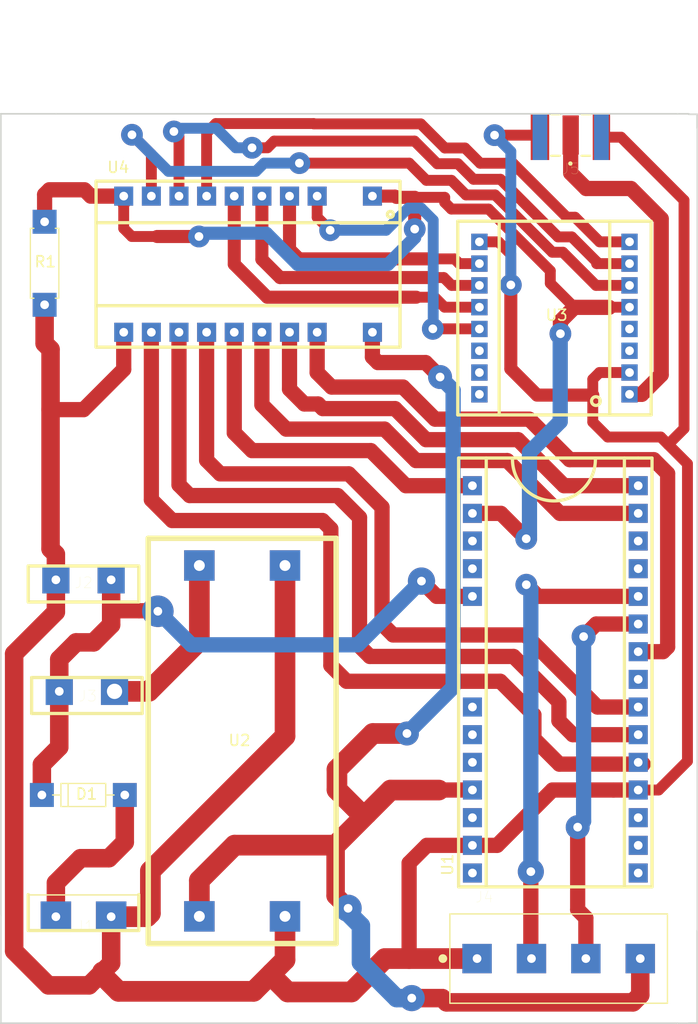
<source format=kicad_pcb>
(kicad_pcb (version 4) (host pcbnew 4.0.7)

  (general
    (links 42)
    (no_connects 2)
    (area 36.60024 27.461139 230.553048 162.891541)
    (thickness 1.6)
    (drawings 13)
    (tracks 348)
    (zones 0)
    (modules 11)
    (nets 41)
  )

  (page A4)
  (layers
    (0 F.Cu signal)
    (31 B.Cu signal)
    (32 B.Adhes user)
    (33 F.Adhes user)
    (34 B.Paste user)
    (35 F.Paste user)
    (36 B.SilkS user)
    (37 F.SilkS user)
    (38 B.Mask user)
    (39 F.Mask user)
    (40 Dwgs.User user)
    (41 Cmts.User user)
    (42 Eco1.User user)
    (43 Eco2.User user)
    (44 Edge.Cuts user)
    (45 Margin user)
    (46 B.CrtYd user)
    (47 F.CrtYd user)
    (48 B.Fab user)
    (49 F.Fab user)
  )

  (setup
    (last_trace_width 1.4)
    (user_trace_width 1)
    (user_trace_width 1.2)
    (user_trace_width 1.4)
    (user_trace_width 1.7)
    (user_trace_width 1.8)
    (user_trace_width 1.9)
    (user_trace_width 2)
    (user_trace_width 2.2)
    (trace_clearance 0.2)
    (zone_clearance 0.508)
    (zone_45_only no)
    (trace_min 0.2)
    (segment_width 0.2)
    (edge_width 0.15)
    (via_size 0.6)
    (via_drill 0.4)
    (via_min_size 0.4)
    (via_min_drill 0.3)
    (uvia_size 0.3)
    (uvia_drill 0.1)
    (uvias_allowed no)
    (uvia_min_size 0.2)
    (uvia_min_drill 0.1)
    (pcb_text_width 0.3)
    (pcb_text_size 1.5 1.5)
    (mod_edge_width 0.15)
    (mod_text_size 1 1)
    (mod_text_width 0.15)
    (pad_size 2.2 2.2)
    (pad_drill 0.8)
    (pad_to_mask_clearance 0.2)
    (aux_axis_origin 0 0)
    (visible_elements 7FFFFFFF)
    (pcbplotparams
      (layerselection 0x00030_80000001)
      (usegerberextensions false)
      (excludeedgelayer true)
      (linewidth 0.100000)
      (plotframeref false)
      (viasonmask false)
      (mode 1)
      (useauxorigin false)
      (hpglpennumber 1)
      (hpglpenspeed 20)
      (hpglpendiameter 15)
      (hpglpenoverlay 2)
      (psnegative false)
      (psa4output false)
      (plotreference true)
      (plotvalue true)
      (plotinvisibletext false)
      (padsonsilk false)
      (subtractmaskfromsilk false)
      (outputformat 1)
      (mirror false)
      (drillshape 1)
      (scaleselection 1)
      (outputdirectory ""))
  )

  (net 0 "")
  (net 1 "Net-(D1-Pad1)")
  (net 2 "Net-(D1-Pad2)")
  (net 3 GND)
  (net 4 "Net-(J3-Pad2)")
  (net 5 "Net-(J4-Pad2)")
  (net 6 "Net-(J4-Pad3)")
  (net 7 "Net-(U1-Pad1)")
  (net 8 "Net-(U1-Pad3)")
  (net 9 "Net-(U1-Pad11)")
  (net 10 "Net-(U1-Pad13)")
  (net 11 "Net-(U1-Pad15)")
  (net 12 "Net-(U1-Pad16)")
  (net 13 "Net-(U1-Pad17)")
  (net 14 "Net-(U1-Pad18)")
  (net 15 "Net-(U1-Pad20)")
  (net 16 "Net-(U1-Pad21)")
  (net 17 "Net-(U1-Pad22)")
  (net 18 "Net-(U1-Pad23)")
  (net 19 "Net-(U1-Pad24)")
  (net 20 "Net-(U1-Pad27)")
  (net 21 "Net-(U1-Pad28)")
  (net 22 "Net-(U1-Pad29)")
  (net 23 "Net-(U1-Pad30)")
  (net 24 "Net-(U3-Pad3)")
  (net 25 "Net-(U3-Pad4)")
  (net 26 "Net-(U3-Pad14)")
  (net 27 "Net-(U3-Pad15)")
  (net 28 "Net-(U3-Pad16)")
  (net 29 "Net-(J4-Pad4)")
  (net 30 "Net-(R1-Pad2)")
  (net 31 "Net-(U3-Pad6)")
  (net 32 "Net-(U3-Pad7)")
  (net 33 "Net-(U3-Pad8)")
  (net 34 "Net-(U3-Pad10)")
  (net 35 "Net-(U3-Pad11)")
  (net 36 "Net-(U3-Pad12)")
  (net 37 "Net-(U3-Pad13)")
  (net 38 "Net-(J5-Pad1)")
  (net 39 "Net-(U1-Pad9)")
  (net 40 "Net-(U1-Pad10)")

  (net_class Default "This is the default net class."
    (clearance 0.2)
    (trace_width 0.25)
    (via_dia 0.6)
    (via_drill 0.4)
    (uvia_dia 0.3)
    (uvia_drill 0.1)
    (add_net GND)
    (add_net "Net-(D1-Pad1)")
    (add_net "Net-(D1-Pad2)")
    (add_net "Net-(J3-Pad2)")
    (add_net "Net-(J4-Pad2)")
    (add_net "Net-(J4-Pad3)")
    (add_net "Net-(J4-Pad4)")
    (add_net "Net-(J5-Pad1)")
    (add_net "Net-(R1-Pad2)")
    (add_net "Net-(U1-Pad1)")
    (add_net "Net-(U1-Pad10)")
    (add_net "Net-(U1-Pad11)")
    (add_net "Net-(U1-Pad13)")
    (add_net "Net-(U1-Pad15)")
    (add_net "Net-(U1-Pad16)")
    (add_net "Net-(U1-Pad17)")
    (add_net "Net-(U1-Pad18)")
    (add_net "Net-(U1-Pad20)")
    (add_net "Net-(U1-Pad21)")
    (add_net "Net-(U1-Pad22)")
    (add_net "Net-(U1-Pad23)")
    (add_net "Net-(U1-Pad24)")
    (add_net "Net-(U1-Pad27)")
    (add_net "Net-(U1-Pad28)")
    (add_net "Net-(U1-Pad29)")
    (add_net "Net-(U1-Pad3)")
    (add_net "Net-(U1-Pad30)")
    (add_net "Net-(U1-Pad9)")
    (add_net "Net-(U3-Pad10)")
    (add_net "Net-(U3-Pad11)")
    (add_net "Net-(U3-Pad12)")
    (add_net "Net-(U3-Pad13)")
    (add_net "Net-(U3-Pad14)")
    (add_net "Net-(U3-Pad15)")
    (add_net "Net-(U3-Pad16)")
    (add_net "Net-(U3-Pad3)")
    (add_net "Net-(U3-Pad4)")
    (add_net "Net-(U3-Pad6)")
    (add_net "Net-(U3-Pad7)")
    (add_net "Net-(U3-Pad8)")
  )

  (module nano:nano (layer F.Cu) (tedit 60A42E59) (tstamp 609E4B29)
    (at 164.88918 93.6625 270)
    (path /607323E8)
    (fp_text reference U1 (at 17.018 9.906 270) (layer F.SilkS)
      (effects (font (size 1 1) (thickness 0.15)))
    )
    (fp_text value "" (at 16.383 -9.906 270) (layer F.Fab)
      (effects (font (size 1 1) (thickness 0.15)))
    )
    (fp_arc (start -20.193 0.127) (end -20.193 -3.683) (angle 180) (layer F.SilkS) (width 0.3))
    (fp_line (start -20.32 6.35) (end 19.05 6.35) (layer F.SilkS) (width 0.3))
    (fp_line (start -20.32 -6.35) (end 19.05 -6.35) (layer F.SilkS) (width 0.3))
    (fp_line (start -20.32 8.89) (end -20.32 -7.62) (layer F.SilkS) (width 0.3))
    (fp_line (start 19.05 8.89) (end -20.32 8.89) (layer F.SilkS) (width 0.3))
    (fp_line (start 19.05 -8.89) (end 19.05 8.89) (layer F.SilkS) (width 0.3))
    (fp_line (start -20.32 -8.89) (end 19.05 -8.89) (layer F.SilkS) (width 0.3))
    (fp_line (start -20.32 -7.62) (end -20.32 -8.89) (layer F.SilkS) (width 0.3))
    (pad 1 thru_hole rect (at -17.78 7.62 270) (size 1.75 1.75) (drill 0.8) (layers *.Cu *.Mask)
      (net 7 "Net-(U1-Pad1)"))
    (pad 2 thru_hole rect (at -15.24 7.62 270) (size 1.75 1.75) (drill 0.8) (layers *.Cu *.Mask)
      (net 30 "Net-(R1-Pad2)"))
    (pad 3 thru_hole rect (at -12.7 7.62 270) (size 1.75 1.75) (drill 0.8) (layers *.Cu *.Mask)
      (net 8 "Net-(U1-Pad3)"))
    (pad 9 thru_hole rect (at 2.54 7.62 270) (size 1.75 1.75) (drill 0.8) (layers *.Cu *.Mask)
      (net 39 "Net-(U1-Pad9)"))
    (pad 10 thru_hole rect (at 5.08 7.62 270) (size 1.75 1.75) (drill 0.8) (layers *.Cu *.Mask)
      (net 40 "Net-(U1-Pad10)"))
    (pad 11 thru_hole rect (at 7.62 7.62 270) (size 1.75 1.75) (drill 0.8) (layers *.Cu *.Mask)
      (net 9 "Net-(U1-Pad11)"))
    (pad 12 thru_hole rect (at 10.16 7.62 270) (size 1.75 1.75) (drill 0.8) (layers *.Cu *.Mask)
      (net 29 "Net-(J4-Pad4)"))
    (pad 13 thru_hole rect (at 12.7 7.62 270) (size 1.75 1.75) (drill 0.8) (layers *.Cu *.Mask)
      (net 10 "Net-(U1-Pad13)"))
    (pad 14 thru_hole rect (at 15.24 7.62 270) (size 1.75 1.75) (drill 0.8) (layers *.Cu *.Mask)
      (net 3 GND))
    (pad 15 thru_hole rect (at 17.78 7.62 270) (size 1.75 1.75) (drill 0.8) (layers *.Cu *.Mask)
      (net 11 "Net-(U1-Pad15)"))
    (pad 16 thru_hole rect (at 17.78 -7.62 270) (size 1.75 1.75) (drill 0.8) (layers *.Cu *.Mask)
      (net 12 "Net-(U1-Pad16)"))
    (pad 17 thru_hole rect (at 15.24 -7.62 270) (size 1.75 1.75) (drill 0.8) (layers *.Cu *.Mask)
      (net 13 "Net-(U1-Pad17)"))
    (pad 18 thru_hole rect (at 12.7 -7.62 270) (size 1.75 1.75) (drill 0.8) (layers *.Cu *.Mask)
      (net 14 "Net-(U1-Pad18)"))
    (pad 19 thru_hole rect (at 10.16 -7.62 270) (size 1.75 1.75) (drill 0.8) (layers *.Cu *.Mask)
      (net 3 GND))
    (pad 20 thru_hole rect (at 7.62 -7.62 270) (size 1.75 1.75) (drill 0.8) (layers *.Cu *.Mask)
      (net 15 "Net-(U1-Pad20)"))
    (pad 21 thru_hole rect (at 5.08 -7.62 270) (size 1.75 1.75) (drill 0.8) (layers *.Cu *.Mask)
      (net 16 "Net-(U1-Pad21)"))
    (pad 22 thru_hole rect (at 2.54 -7.62 270) (size 1.75 1.75) (drill 0.8) (layers *.Cu *.Mask)
      (net 17 "Net-(U1-Pad22)"))
    (pad 23 thru_hole rect (at 0 -7.62 270) (size 1.75 1.75) (drill 0.8) (layers *.Cu *.Mask)
      (net 18 "Net-(U1-Pad23)"))
    (pad 24 thru_hole rect (at -2.54 -7.62 270) (size 1.75 1.75) (drill 0.8) (layers *.Cu *.Mask)
      (net 19 "Net-(U1-Pad24)"))
    (pad 25 thru_hole rect (at -5.08 -7.62 270) (size 1.75 1.75) (drill 0.8) (layers *.Cu *.Mask)
      (net 6 "Net-(J4-Pad3)"))
    (pad 26 thru_hole rect (at -7.62 -7.62 270) (size 1.75 1.75) (drill 0.8) (layers *.Cu *.Mask)
      (net 5 "Net-(J4-Pad2)"))
    (pad 27 thru_hole rect (at -10.16 -7.62 270) (size 1.75 1.75) (drill 0.8) (layers *.Cu *.Mask)
      (net 20 "Net-(U1-Pad27)"))
    (pad 28 thru_hole rect (at -12.7 -7.62 270) (size 1.75 1.75) (drill 0.8) (layers *.Cu *.Mask)
      (net 21 "Net-(U1-Pad28)"))
    (pad 29 thru_hole rect (at -15.24 -7.62 270) (size 1.75 1.75) (drill 0.8) (layers *.Cu *.Mask)
      (net 22 "Net-(U1-Pad29)"))
    (pad 30 thru_hole rect (at -17.78 -7.62 270) (size 1.75 1.75) (drill 0.8) (layers *.Cu *.Mask)
      (net 23 "Net-(U1-Pad30)"))
    (pad 4 thru_hole rect (at -10.16 7.62 270) (size 1.75 1.75) (drill 0.8) (layers *.Cu *.Mask))
    (pad 5 thru_hole rect (at -7.62 7.62 270) (size 1.75 1.75) (drill 0.8) (layers *.Cu *.Mask))
  )

  (module SHIFT:SHIFT (layer F.Cu) (tedit 60A18C50) (tstamp 609E4B5D)
    (at 136.64692 55.54472 180)
    (path /607B532E)
    (fp_text reference U4 (at 11.938 8.89 180) (layer F.SilkS)
      (effects (font (size 1 1) (thickness 0.15)))
    )
    (fp_text value "" (at 11.811 -8.382 180) (layer F.Fab)
      (effects (font (size 1 1) (thickness 0.15)))
    )
    (fp_circle (center -13.081 4.572) (end -12.954 4.572) (layer F.SilkS) (width 0.3))
    (fp_line (start -13.97 3.81) (end 13.97 3.81) (layer F.SilkS) (width 0.3))
    (fp_line (start -13.97 -3.81) (end 13.97 -3.81) (layer F.SilkS) (width 0.3))
    (fp_line (start -13.97 7.62) (end -13.97 -7.62) (layer F.SilkS) (width 0.3))
    (fp_line (start 13.97 7.62) (end -13.97 7.62) (layer F.SilkS) (width 0.3))
    (fp_line (start 13.97 -7.62) (end 13.97 7.62) (layer F.SilkS) (width 0.3))
    (fp_line (start -13.97 -7.62) (end 13.97 -7.62) (layer F.SilkS) (width 0.3))
    (pad 1 thru_hole rect (at -11.43 6.25 180) (size 1.75 1.75) (drill 0.8) (layers *.Cu *.Mask)
      (net 30 "Net-(R1-Pad2)"))
    (pad 3 thru_hole rect (at -6.35 6.25 180) (size 1.75 1.75) (drill 0.8) (layers *.Cu *.Mask)
      (net 37 "Net-(U3-Pad13)"))
    (pad 4 thru_hole rect (at -3.81 6.25 180) (size 1.75 1.75) (drill 0.8) (layers *.Cu *.Mask)
      (net 34 "Net-(U3-Pad10)"))
    (pad 5 thru_hole rect (at -1.27 6.25 180) (size 1.75 1.75) (drill 0.8) (layers *.Cu *.Mask)
      (net 35 "Net-(U3-Pad11)"))
    (pad 6 thru_hole rect (at 1.27 6.25 180) (size 1.75 1.75) (drill 0.8) (layers *.Cu *.Mask)
      (net 36 "Net-(U3-Pad12)"))
    (pad 7 thru_hole rect (at 3.81 6.25 180) (size 1.75 1.75) (drill 0.8) (layers *.Cu *.Mask)
      (net 33 "Net-(U3-Pad8)"))
    (pad 8 thru_hole rect (at 6.35 6.25 180) (size 1.75 1.75) (drill 0.8) (layers *.Cu *.Mask)
      (net 32 "Net-(U3-Pad7)"))
    (pad 9 thru_hole rect (at 8.89 6.25 180) (size 1.75 1.75) (drill 0.8) (layers *.Cu *.Mask)
      (net 31 "Net-(U3-Pad6)"))
    (pad 10 thru_hole rect (at 11.43 6.25 180) (size 1.75 1.75) (drill 0.8) (layers *.Cu *.Mask)
      (net 30 "Net-(R1-Pad2)"))
    (pad 11 thru_hole rect (at 11.43 -6.25 180) (size 1.75 1.75) (drill 0.8) (layers *.Cu *.Mask)
      (net 3 GND))
    (pad 12 thru_hole rect (at 8.89 -6.25 180) (size 1.75 1.75) (drill 0.8) (layers *.Cu *.Mask)
      (net 15 "Net-(U1-Pad20)"))
    (pad 13 thru_hole rect (at 6.35 -6.25 180) (size 1.75 1.75) (drill 0.8) (layers *.Cu *.Mask)
      (net 16 "Net-(U1-Pad21)"))
    (pad 14 thru_hole rect (at 3.81 -6.25 180) (size 1.75 1.75) (drill 0.8) (layers *.Cu *.Mask)
      (net 17 "Net-(U1-Pad22)"))
    (pad 15 thru_hole rect (at 1.27 -6.25 180) (size 1.75 1.75) (drill 0.8) (layers *.Cu *.Mask)
      (net 7 "Net-(U1-Pad1)"))
    (pad 16 thru_hole rect (at -1.27 -6.25 270) (size 1.75 1.75) (drill 0.8) (layers *.Cu *.Mask)
      (net 22 "Net-(U1-Pad29)"))
    (pad 17 thru_hole rect (at -3.81 -6.25 180) (size 1.75 1.75) (drill 0.8) (layers *.Cu *.Mask)
      (net 23 "Net-(U1-Pad30)"))
    (pad 18 thru_hole rect (at -6.35 -6.25 180) (size 1.75 1.75) (drill 0.8) (layers *.Cu *.Mask)
      (net 19 "Net-(U1-Pad24)"))
    (pad 20 thru_hole rect (at -11.43 -6.25 180) (size 1.75 1.75) (drill 0.8) (layers *.Cu *.Mask)
      (net 29 "Net-(J4-Pad4)"))
  )

  (module conn:TE_282815-2 (layer F.Cu) (tedit 60A18860) (tstamp 609E4AEA)
    (at 121.52122 84.52358)
    (path /607345C4)
    (fp_text reference J2 (at 0.01524 0.27178) (layer F.SilkS)
      (effects (font (size 1 1) (thickness 0.015)))
    )
    (fp_text value "" (at 1.155 3.615) (layer F.Fab)
      (effects (font (size 1 1) (thickness 0.015)))
    )
    (fp_line (start 5.08 2.032) (end -5.08 2.032) (layer F.SilkS) (width 0.3))
    (fp_line (start 5.08 -1.27) (end 5.08 2.032) (layer F.SilkS) (width 0.3))
    (fp_line (start -5.08 -1.27) (end 5.08 -1.27) (layer F.SilkS) (width 0.3))
    (fp_line (start -5.08 2.032) (end -5.08 -1.27) (layer F.SilkS) (width 0.3))
    (fp_line (start 5.08 2) (end -5.08 2) (layer F.Fab) (width 0.127))
    (fp_line (start 5.08 2) (end -5.08 2) (layer F.SilkS) (width 0.127))
    (pad 1 thru_hole rect (at -2.54 0) (size 2.5 2.5) (drill 0.8) (layers *.Cu *.Mask)
      (net 3 GND))
    (pad 2 thru_hole rect (at 2.54 0) (size 2.5 2.5) (drill 0.8) (layers *.Cu *.Mask)
      (net 1 "Net-(D1-Pad1)"))
  )

  (module conn:TE_282815-2 (layer F.Cu) (tedit 60A18786) (tstamp 609E4AF0)
    (at 121.8311 94.76486)
    (path /607355AB)
    (fp_text reference J3 (at 0.08382 0.42926) (layer F.SilkS)
      (effects (font (size 1 1) (thickness 0.015)))
    )
    (fp_text value "" (at 1.155 3.615) (layer F.Fab)
      (effects (font (size 1 1) (thickness 0.015)))
    )
    (fp_line (start 5.08 2.032) (end -5.08 2.032) (layer F.SilkS) (width 0.3))
    (fp_line (start 5.08 -1.27) (end 5.08 2.032) (layer F.SilkS) (width 0.3))
    (fp_line (start -5.08 -1.27) (end 5.08 -1.27) (layer F.SilkS) (width 0.3))
    (fp_line (start -5.08 2.032) (end -5.08 -1.27) (layer F.SilkS) (width 0.3))
    (fp_line (start 5.08 2) (end -5.08 2) (layer F.Fab) (width 0.127))
    (fp_line (start 5.08 2) (end -5.08 2) (layer F.SilkS) (width 0.127))
    (pad 1 thru_hole rect (at -2.54 0) (size 2.5 2.5) (drill 0.8) (layers *.Cu *.Mask)
      (net 1 "Net-(D1-Pad1)"))
    (pad 2 thru_hole rect (at 2.54 0) (size 2.5 2.5) (drill 1.4) (layers *.Cu *.Mask)
      (net 4 "Net-(J3-Pad2)"))
  )

  (module conn:TE_282815-2 (layer F.Cu) (tedit 60A1856F) (tstamp 609E4AE4)
    (at 121.52122 115.45316 180)
    (path /60734746)
    (fp_text reference J1 (at -0.12446 -0.87376 180) (layer F.SilkS)
      (effects (font (size 1 1) (thickness 0.015)))
    )
    (fp_text value "" (at 1.155 3.615 180) (layer F.Fab)
      (effects (font (size 1 1) (thickness 0.015)))
    )
    (fp_line (start 5.08 -1.27) (end 5.08 2.032) (layer F.SilkS) (width 0.3))
    (fp_line (start -5.08 -1.27) (end 5.08 -1.27) (layer F.SilkS) (width 0.3))
    (fp_line (start -5.08 2.032) (end -5.08 -1.27) (layer F.SilkS) (width 0.3))
    (fp_line (start 5.08 2) (end -5.08 2) (layer F.Fab) (width 0.127))
    (fp_line (start 5.08 2) (end -5.08 2) (layer F.SilkS) (width 0.127))
    (pad 1 thru_hole rect (at -2.54 0 180) (size 2.8 2.8) (drill 0.8) (layers *.Cu *.Mask)
      (net 3 GND))
    (pad 2 thru_hole rect (at 2.54 0 180) (size 2.8 2.8) (drill 0.8) (layers *.Cu *.Mask)
      (net 2 "Net-(D1-Pad2)"))
  )

  (module MT3608:MT3608 (layer F.Cu) (tedit 60A186B6) (tstamp 609E4B31)
    (at 136.1059 99.31654 270)
    (path /60732709)
    (fp_text reference U2 (at -0.0489 0.246295 360) (layer F.SilkS)
      (effects (font (size 1 1) (thickness 0.15)))
    )
    (fp_text value "" (at 13.462 -9.652 270) (layer F.Fab)
      (effects (font (size 1 1) (thickness 0.15)))
    )
    (fp_line (start -18.6055 -8.636) (end -18.6055 8.636) (layer F.SilkS) (width 0.5))
    (fp_line (start 18.6055 8.636) (end -18.6055 8.636) (layer F.SilkS) (width 0.5))
    (fp_line (start 18.6055 -8.636) (end 18.6055 8.636) (layer F.SilkS) (width 0.5))
    (fp_line (start -18.6055 -8.636) (end 18.6055 -8.636) (layer F.SilkS) (width 0.5))
    (pad 2 thru_hole rect (at -16.1055 -3.937085 270) (size 2.8 2.8) (drill 1) (layers *.Cu *.Mask)
      (net 3 GND))
    (pad 1 thru_hole rect (at -16.1055 3.937085 270) (size 2.8 2.8) (drill 1) (layers *.Cu *.Mask)
      (net 4 "Net-(J3-Pad2)"))
    (pad 4 thru_hole rect (at 16.1055 -3.937085 270) (size 2.8 2.8) (drill 1) (layers *.Cu *.Mask)
      (net 3 GND))
    (pad 3 thru_hole rect (at 16.1055 3.937085 270) (size 2.8 2.8) (drill 1) (layers *.Cu *.Mask)
      (net 29 "Net-(J4-Pad4)"))
  )

  (module brake1:brake1 (layer F.Cu) (tedit 60A1828B) (tstamp 609E4B45)
    (at 164.81044 60.49264 180)
    (path /607562D6)
    (fp_text reference U3 (at -0.2032 0.2667 180) (layer F.SilkS)
      (effects (font (size 1 1) (thickness 0.15)))
    )
    (fp_text value "" (at 0 -43.8658 180) (layer F.Fab)
      (effects (font (size 1 1) (thickness 0.15)))
    )
    (fp_circle (center -3.81 -7.62) (end -3.683 -7.239) (layer F.SilkS) (width 0.3))
    (fp_line (start 5.08 -8.89) (end 5.08 8.89) (layer F.SilkS) (width 0.3))
    (fp_line (start -5.08 -8.89) (end -5.08 8.89) (layer F.SilkS) (width 0.3))
    (fp_line (start -8.89 8.89) (end -8.89 -8.89) (layer F.SilkS) (width 0.3))
    (fp_line (start 8.89 8.89) (end -8.89 8.89) (layer F.SilkS) (width 0.3))
    (fp_line (start 8.89 -8.89) (end 8.89 8.89) (layer F.SilkS) (width 0.3))
    (fp_line (start -8.89 -8.89) (end 8.89 -8.89) (layer F.SilkS) (width 0.3))
    (pad 1 thru_hole rect (at -6.9 -7 180) (size 1.5 1.5) (drill 0.8) (layers *.Cu *.Mask)
      (net 38 "Net-(J5-Pad1)"))
    (pad 2 thru_hole rect (at -6.9 -5 180) (size 1.5 1.5) (drill 0.8) (layers *.Cu *.Mask)
      (net 3 GND))
    (pad 3 thru_hole rect (at -6.9 -3 180) (size 1.5 1.5) (drill 0.8) (layers *.Cu *.Mask)
      (net 24 "Net-(U3-Pad3)"))
    (pad 4 thru_hole rect (at -6.9 -1 180) (size 1.5 1.5) (drill 0.8) (layers *.Cu *.Mask)
      (net 25 "Net-(U3-Pad4)"))
    (pad 5 thru_hole rect (at -6.9 1 180) (size 1.5 1.5) (drill 0.8) (layers *.Cu *.Mask)
      (net 30 "Net-(R1-Pad2)"))
    (pad 6 thru_hole rect (at -6.9 3 180) (size 1.5 1.5) (drill 0.8) (layers *.Cu *.Mask)
      (net 31 "Net-(U3-Pad6)"))
    (pad 7 thru_hole rect (at -6.9 5 180) (size 1.5 1.5) (drill 0.8) (layers *.Cu *.Mask)
      (net 32 "Net-(U3-Pad7)"))
    (pad 8 thru_hole rect (at -6.9 7 180) (size 1.5 1.5) (drill 0.8) (layers *.Cu *.Mask)
      (net 33 "Net-(U3-Pad8)"))
    (pad 9 thru_hole rect (at 6.9 7 180) (size 1.5 1.5) (drill 0.8) (layers *.Cu *.Mask)
      (net 3 GND))
    (pad 10 thru_hole rect (at 6.9 5 180) (size 1.5 1.5) (drill 0.8) (layers *.Cu *.Mask)
      (net 34 "Net-(U3-Pad10)"))
    (pad 11 thru_hole rect (at 6.9 3 180) (size 1.5 1.5) (drill 0.8) (layers *.Cu *.Mask)
      (net 35 "Net-(U3-Pad11)"))
    (pad 12 thru_hole rect (at 6.9 1 180) (size 1.5 1.5) (drill 0.8) (layers *.Cu *.Mask)
      (net 36 "Net-(U3-Pad12)"))
    (pad 13 thru_hole rect (at 6.9 -1 180) (size 1.5 1.5) (drill 0.8) (layers *.Cu *.Mask)
      (net 37 "Net-(U3-Pad13)"))
    (pad 14 thru_hole rect (at 6.9 -3 180) (size 1.5 1.5) (drill 0.8) (layers *.Cu *.Mask)
      (net 26 "Net-(U3-Pad14)"))
    (pad 15 thru_hole rect (at 6.9 -5 180) (size 1.5 1.5) (drill 0.8) (layers *.Cu *.Mask)
      (net 27 "Net-(U3-Pad15)"))
    (pad 16 thru_hole rect (at 6.9 -7 180) (size 1.5 1.5) (drill 0.8) (layers *.Cu *.Mask)
      (net 28 "Net-(U3-Pad16)"))
  )

  (module conn:SAMTEC_SMA-J-P-H-ST-EM1 (layer F.Cu) (tedit 609E542D) (tstamp 609E4B01)
    (at 166.30142 43.68292 180)
    (path /609E49CA)
    (fp_text reference J5 (at 0.01472 -3.10576 180) (layer F.SilkS)
      (effects (font (size 1 1) (thickness 0.015)))
    )
    (fp_text value "" (at 11.20429 12.3677 180) (layer F.Fab)
      (effects (font (size 1 1) (thickness 0.015)))
    )
    (fp_line (start -5 1.9) (end -3.165 1.9) (layer F.Fab) (width 0.1))
    (fp_text user PCB~EDGE (at 4.30403 1.70159 180) (layer F.Fab)
      (effects (font (size 0.48 0.48) (thickness 0.015)))
    )
    (fp_line (start -3.165 1.9) (end 3.165 1.9) (layer F.Fab) (width 0.1))
    (fp_line (start 3.165 1.9) (end 5 1.9) (layer F.Fab) (width 0.1))
    (fp_line (start -3.165 1.9) (end -3.175 -1.91) (layer F.Fab) (width 0.1))
    (fp_line (start -3.175 -1.91) (end 3.175 -1.91) (layer F.Fab) (width 0.1))
    (fp_line (start 3.175 -1.91) (end 3.165 1.9) (layer F.Fab) (width 0.1))
    (fp_line (start -1.8 1.9) (end -1 1.9) (layer F.SilkS) (width 0.2))
    (fp_line (start 1 1.9) (end 1.8 1.9) (layer F.SilkS) (width 0.2))
    (fp_line (start -1.8 -1.91) (end -1 -1.91) (layer F.SilkS) (width 0.2))
    (fp_line (start 1 -1.91) (end 1.8 -1.91) (layer F.SilkS) (width 0.2))
    (fp_circle (center 0.03 -2.62) (end 0.13 -2.62) (layer F.SilkS) (width 0.2))
    (fp_line (start -3.75 -2.55) (end 3.75 -2.55) (layer F.CrtYd) (width 0.05))
    (fp_line (start 3.75 -2.55) (end 3.75 2.15) (layer F.CrtYd) (width 0.05))
    (fp_line (start -3.415 2.15) (end -3.75 2.15) (layer F.CrtYd) (width 0.05))
    (fp_line (start -3.75 2.15) (end -3.75 -2.55) (layer F.CrtYd) (width 0.05))
    (fp_circle (center 0.03 -2.62) (end 0.13 -2.62) (layer F.Fab) (width 0.2))
    (pad 1 smd rect (at 0 0 180) (size 1.5 3.6) (layers F.Cu F.Paste F.Mask)
      (net 38 "Net-(J5-Pad1)"))
    (pad 2_1 smd rect (at -2.825 -0.2 180) (size 1.6 4.2) (layers F.Cu F.Paste F.Mask)
      (net 3 GND))
    (pad 3_1 smd rect (at 2.825 -0.2 180) (size 1.7 4.2) (layers F.Cu F.Paste F.Mask)
      (net 3 GND))
    (pad 2_2 smd rect (at -2.825 -0.2 180) (size 1.35 4.2) (layers B.Cu B.Paste B.Mask)
      (net 3 GND))
    (pad 3_2 smd rect (at 2.825 -0.2 180) (size 1.35 4.2) (layers B.Cu B.Paste B.Mask)
      (net 3 GND))
  )

  (module Diodes_THT:D_DO-35_SOD27_P7.62mm_Horizontal (layer F.Cu) (tedit 60A186E5) (tstamp 609E4ADE)
    (at 117.69344 104.2797)
    (descr "D, DO-35_SOD27 series, Axial, Horizontal, pin pitch=7.62mm, , length*diameter=4*2mm^2, , http://www.diodes.com/_files/packages/DO-35.pdf")
    (tags "D DO-35_SOD27 series Axial Horizontal pin pitch 7.62mm  length 4mm diameter 2mm")
    (path /60734A3A)
    (fp_text reference D1 (at 4.10464 -0.09398) (layer F.SilkS)
      (effects (font (size 1 1) (thickness 0.15)))
    )
    (fp_text value "" (at 3.81 2.06) (layer F.Fab)
      (effects (font (size 1 1) (thickness 0.15)))
    )
    (fp_text user "" (at 3.81 0 90) (layer F.Fab)
      (effects (font (size 1 1) (thickness 0.15)))
    )
    (fp_line (start 1.81 -1) (end 1.81 1) (layer F.Fab) (width 0.1))
    (fp_line (start 1.81 1) (end 5.81 1) (layer F.Fab) (width 0.1))
    (fp_line (start 5.81 1) (end 5.81 -1) (layer F.Fab) (width 0.1))
    (fp_line (start 5.81 -1) (end 1.81 -1) (layer F.Fab) (width 0.1))
    (fp_line (start 0 0) (end 1.81 0) (layer F.Fab) (width 0.1))
    (fp_line (start 7.62 0) (end 5.81 0) (layer F.Fab) (width 0.1))
    (fp_line (start 2.41 -1) (end 2.41 1) (layer F.Fab) (width 0.1))
    (fp_line (start 1.75 -1.06) (end 1.75 1.06) (layer F.SilkS) (width 0.12))
    (fp_line (start 1.75 1.06) (end 5.87 1.06) (layer F.SilkS) (width 0.12))
    (fp_line (start 5.87 1.06) (end 5.87 -1.06) (layer F.SilkS) (width 0.12))
    (fp_line (start 5.87 -1.06) (end 1.75 -1.06) (layer F.SilkS) (width 0.12))
    (fp_line (start 0.98 0) (end 1.75 0) (layer F.SilkS) (width 0.12))
    (fp_line (start 6.64 0) (end 5.87 0) (layer F.SilkS) (width 0.12))
    (fp_line (start 2.41 -1.06) (end 2.41 1.06) (layer F.SilkS) (width 0.12))
    (fp_line (start -1.05 -1.35) (end -1.05 1.35) (layer F.CrtYd) (width 0.05))
    (fp_line (start -1.05 1.35) (end 8.7 1.35) (layer F.CrtYd) (width 0.05))
    (fp_line (start 8.7 1.35) (end 8.7 -1.35) (layer F.CrtYd) (width 0.05))
    (fp_line (start 8.7 -1.35) (end -1.05 -1.35) (layer F.CrtYd) (width 0.05))
    (pad 1 thru_hole rect (at 0 0) (size 2.2 2.2) (drill 0.8) (layers *.Cu *.Mask)
      (net 1 "Net-(D1-Pad1)"))
    (pad 2 thru_hole rect (at 7.62 0) (size 2.2 2.2) (drill 0.8) (layers *.Cu *.Mask)
      (net 2 "Net-(D1-Pad2)"))
    (model ${KISYS3DMOD}/Diodes_THT.3dshapes/D_DO-35_SOD27_P7.62mm_Horizontal.wrl
      (at (xyz 0 0 0))
      (scale (xyz 0.393701 0.393701 0.393701))
      (rotate (xyz 0 0 0))
    )
  )

  (module conn:TE_282836-4 (layer F.Cu) (tedit 60A18639) (tstamp 609E4AF8)
    (at 165.19652 119.29872)
    (path /607329EE)
    (fp_text reference J4 (at -6.836925 -5.644875) (layer F.SilkS)
      (effects (font (size 1.001756 1.001756) (thickness 0.015)))
    )
    (fp_text value "" (at -2.92131 5.33458) (layer F.Fab)
      (effects (font (size 1.00011 1.00011) (thickness 0.015)))
    )
    (fp_line (start -10 -4.1) (end -10 4.1) (layer F.Fab) (width 0.127))
    (fp_line (start -10 4.1) (end 10 4.1) (layer F.Fab) (width 0.127))
    (fp_line (start 10 4.1) (end 10 -4.1) (layer F.Fab) (width 0.127))
    (fp_line (start 10 -4.1) (end -10 -4.1) (layer F.Fab) (width 0.127))
    (fp_line (start -10 -4.1) (end -10 4.1) (layer F.SilkS) (width 0.127))
    (fp_line (start -10 4.1) (end 10 4.1) (layer F.SilkS) (width 0.127))
    (fp_line (start 10 4.1) (end 10 -4.1) (layer F.SilkS) (width 0.127))
    (fp_line (start 10 -4.1) (end -10 -4.1) (layer F.SilkS) (width 0.127))
    (fp_circle (center -10.645 0) (end -10.445 0) (layer F.SilkS) (width 0.4))
    (fp_line (start -10.25 -4.35) (end 10.25 -4.35) (layer F.CrtYd) (width 0.05))
    (fp_line (start 10.25 -4.35) (end 10.25 4.35) (layer F.CrtYd) (width 0.05))
    (fp_line (start 10.25 4.35) (end -10.25 4.35) (layer F.CrtYd) (width 0.05))
    (fp_line (start -10.25 4.35) (end -10.25 -4.35) (layer F.CrtYd) (width 0.05))
    (pad 1 thru_hole rect (at -7.5 0) (size 2.7 2.7) (drill 0.8) (layers *.Cu *.Mask)
      (net 3 GND))
    (pad 2 thru_hole rect (at -2.5 0) (size 2.7 2.7) (drill 0.8) (layers *.Cu *.Mask)
      (net 5 "Net-(J4-Pad2)"))
    (pad 3 thru_hole rect (at 2.5 0) (size 2.7 2.7) (drill 0.8) (layers *.Cu *.Mask)
      (net 6 "Net-(J4-Pad3)"))
    (pad 4 thru_hole rect (at 7.5 0) (size 2.7 2.7) (drill 0.8) (layers *.Cu *.Mask)
      (net 29 "Net-(J4-Pad4)"))
  )

  (module Resistors_THT:R_Axial_DIN0207_L6.3mm_D2.5mm_P7.62mm_Horizontal (layer F.Cu) (tedit 60A188B4) (tstamp 609E4B07)
    (at 117.9449 59.2709 90)
    (descr "Resistor, Axial_DIN0207 series, Axial, Horizontal, pin pitch=7.62mm, 0.25W = 1/4W, length*diameter=6.3*2.5mm^2, http://cdn-reichelt.de/documents/datenblatt/B400/1_4W%23YAG.pdf")
    (tags "Resistor Axial_DIN0207 series Axial Horizontal pin pitch 7.62mm 0.25W = 1/4W length 6.3mm diameter 2.5mm")
    (path /607C3C65)
    (fp_text reference R1 (at 3.95478 0.05842 180) (layer F.SilkS)
      (effects (font (size 1 1) (thickness 0.15)))
    )
    (fp_text value "" (at 3.81 2.31 90) (layer F.Fab)
      (effects (font (size 1 1) (thickness 0.15)))
    )
    (fp_line (start 0.66 -1.25) (end 0.66 1.25) (layer F.Fab) (width 0.1))
    (fp_line (start 0.66 1.25) (end 6.96 1.25) (layer F.Fab) (width 0.1))
    (fp_line (start 6.96 1.25) (end 6.96 -1.25) (layer F.Fab) (width 0.1))
    (fp_line (start 6.96 -1.25) (end 0.66 -1.25) (layer F.Fab) (width 0.1))
    (fp_line (start 0 0) (end 0.66 0) (layer F.Fab) (width 0.1))
    (fp_line (start 7.62 0) (end 6.96 0) (layer F.Fab) (width 0.1))
    (fp_line (start 0.6 -0.98) (end 0.6 -1.31) (layer F.SilkS) (width 0.12))
    (fp_line (start 0.6 -1.31) (end 7.02 -1.31) (layer F.SilkS) (width 0.12))
    (fp_line (start 7.02 -1.31) (end 7.02 -0.98) (layer F.SilkS) (width 0.12))
    (fp_line (start 0.6 0.98) (end 0.6 1.31) (layer F.SilkS) (width 0.12))
    (fp_line (start 0.6 1.31) (end 7.02 1.31) (layer F.SilkS) (width 0.12))
    (fp_line (start 7.02 1.31) (end 7.02 0.98) (layer F.SilkS) (width 0.12))
    (fp_line (start -1.05 -1.6) (end -1.05 1.6) (layer F.CrtYd) (width 0.05))
    (fp_line (start -1.05 1.6) (end 8.7 1.6) (layer F.CrtYd) (width 0.05))
    (fp_line (start 8.7 1.6) (end 8.7 -1.6) (layer F.CrtYd) (width 0.05))
    (fp_line (start 8.7 -1.6) (end -1.05 -1.6) (layer F.CrtYd) (width 0.05))
    (pad 1 thru_hole rect (at 0 0 90) (size 2.2 2.2) (drill 0.8) (layers *.Cu *.Mask)
      (net 3 GND))
    (pad 2 thru_hole rect (at 7.62 0 90) (size 2.2 2.2) (drill 0.8) (layers *.Cu *.Mask)
      (net 30 "Net-(R1-Pad2)"))
    (model ${KISYS3DMOD}/Resistors_THT.3dshapes/R_Axial_DIN0207_L6.3mm_D2.5mm_P7.62mm_Horizontal.wrl
      (at (xyz 0 0 0))
      (scale (xyz 0.393701 0.393701 0.393701))
      (rotate (xyz 0 0 0))
    )
  )

  (gr_line (start 177.927 41.783) (end 177.165 41.783) (layer Edge.Cuts) (width 0.15))
  (gr_line (start 177.927 43.053) (end 177.927 41.783) (layer Edge.Cuts) (width 0.15))
  (gr_line (start 177.927 125.222) (end 177.927 116.713) (layer Edge.Cuts) (width 0.15))
  (gr_line (start 177.165 125.222) (end 177.927 125.222) (layer Edge.Cuts) (width 0.15))
  (gr_line (start 176.1236 125.23724) (end 177.16246 125.23724) (layer Edge.Cuts) (width 0.15))
  (gr_line (start 176.1109 41.73728) (end 177.16246 41.73728) (layer Edge.Cuts) (width 0.15))
  (gr_line (start 113.919 125.2347) (end 175.895 125.2347) (layer Edge.Cuts) (width 0.15))
  (gr_line (start 113.919 115.3287) (end 113.919 125.2347) (layer Edge.Cuts) (width 0.15))
  (gr_line (start 176.149 125.2347) (end 175.895 125.2347) (layer Edge.Cuts) (width 0.15))
  (gr_line (start 113.92154 41.73728) (end 119.00154 41.73728) (layer Edge.Cuts) (width 0.15))
  (gr_line (start 113.92154 115.39728) (end 113.92154 41.73728) (layer Edge.Cuts) (width 0.15))
  (gr_line (start 177.94478 43.05808) (end 177.94478 116.71808) (layer Edge.Cuts) (width 0.15))
  (gr_line (start 119.00154 41.73728) (end 176.15154 41.73728) (layer Edge.Cuts) (width 0.15))

  (segment (start 152.58542 84.64042) (end 146.734745 90.491095) (width 1.4) (layer B.Cu) (net 0))
  (segment (start 146.734745 90.491095) (end 131.433355 90.491095) (width 1.4) (layer B.Cu) (net 0))
  (segment (start 131.433355 90.491095) (end 128.35382 87.41156) (width 1.4) (layer B.Cu) (net 0))
  (via (at 128.35382 87.41156) (size 2.9) (drill 0.8) (layers F.Cu B.Cu) (net 0))
  (segment (start 157.26918 86.0425) (end 153.9875 86.0425) (width 1.4) (layer F.Cu) (net 0))
  (segment (start 153.9875 86.0425) (end 152.58542 84.64042) (width 1.4) (layer F.Cu) (net 0))
  (via (at 152.58542 84.64042) (size 2.5) (drill 0.8) (layers F.Cu B.Cu) (net 0))
  (segment (start 126.623538 87.36584) (end 127.153819 87.36584) (width 1.4) (layer F.Cu) (net 1))
  (segment (start 124.11456 87.36584) (end 126.623538 87.36584) (width 1.4) (layer F.Cu) (net 1))
  (segment (start 124.06122 87.3125) (end 124.06122 84.52358) (width 1.7) (layer F.Cu) (net 1))
  (segment (start 124.06122 88.65108) (end 124.06122 87.3125) (width 1.7) (layer F.Cu) (net 1))
  (segment (start 124.06122 87.3125) (end 124.11456 87.36584) (width 1.4) (layer F.Cu) (net 1))
  (segment (start 122.44578 90.26652) (end 124.06122 88.65108) (width 1.7) (layer F.Cu) (net 1))
  (segment (start 120.83944 90.26652) (end 122.44578 90.26652) (width 1.7) (layer F.Cu) (net 1))
  (segment (start 119.2911 94.76486) (end 119.2911 91.81486) (width 1.7) (layer F.Cu) (net 1))
  (segment (start 119.2911 91.81486) (end 120.83944 90.26652) (width 1.7) (layer F.Cu) (net 1))
  (segment (start 117.69344 104.2797) (end 117.69344 101.4797) (width 1.7) (layer F.Cu) (net 1))
  (segment (start 117.69344 101.4797) (end 119.2911 99.88204) (width 1.7) (layer F.Cu) (net 1))
  (segment (start 119.2911 99.88204) (end 119.2911 94.76486) (width 1.7) (layer F.Cu) (net 1))
  (segment (start 123.84786 110.0836) (end 125.31344 108.61802) (width 1.7) (layer F.Cu) (net 2))
  (segment (start 125.31344 108.61802) (end 125.31344 104.2797) (width 1.7) (layer F.Cu) (net 2))
  (segment (start 121.25078 110.0836) (end 123.84786 110.0836) (width 1.7) (layer F.Cu) (net 2))
  (segment (start 118.98122 115.45316) (end 118.98122 112.35316) (width 1.7) (layer F.Cu) (net 2))
  (segment (start 118.98122 112.35316) (end 121.25078 110.0836) (width 1.7) (layer F.Cu) (net 2))
  (segment (start 168.33342 70.04304) (end 168.33342 67.564) (width 1) (layer F.Cu) (net 3))
  (segment (start 168.33342 67.564) (end 168.33342 66.10604) (width 1) (layer F.Cu) (net 3))
  (segment (start 160.79978 65.151) (end 163.21278 67.564) (width 1.2) (layer F.Cu) (net 3))
  (segment (start 163.21278 67.564) (end 168.33342 67.564) (width 1.2) (layer F.Cu) (net 3))
  (segment (start 160.79978 57.44972) (end 160.79978 65.151) (width 1.2) (layer F.Cu) (net 3))
  (segment (start 157.26918 108.9025) (end 159.54418 108.9025) (width 1.4) (layer F.Cu) (net 3))
  (segment (start 159.54418 108.9025) (end 164.62418 103.8225) (width 1.4) (layer F.Cu) (net 3))
  (segment (start 164.62418 103.8225) (end 170.23418 103.8225) (width 1.4) (layer F.Cu) (net 3))
  (segment (start 170.23418 103.8225) (end 172.50918 103.8225) (width 1.4) (layer F.Cu) (net 3))
  (segment (start 149.21738 119.29872) (end 151.45004 119.29872) (width 1.9) (layer F.Cu) (net 3))
  (segment (start 151.45004 119.29872) (end 157.69652 119.29872) (width 1.9) (layer F.Cu) (net 3))
  (segment (start 153.07818 108.9025) (end 151.45004 110.53064) (width 1.4) (layer F.Cu) (net 3))
  (segment (start 151.45004 110.53064) (end 151.45004 119.29872) (width 1.4) (layer F.Cu) (net 3))
  (segment (start 157.26918 108.9025) (end 153.07818 108.9025) (width 1.4) (layer F.Cu) (net 3))
  (segment (start 146.1516 122.3645) (end 149.21738 119.29872) (width 1.9) (layer F.Cu) (net 3))
  (segment (start 140.28674 122.3645) (end 146.1516 122.3645) (width 1.9) (layer F.Cu) (net 3))
  (segment (start 138.8237 120.90146) (end 140.28674 122.3645) (width 1.9) (layer F.Cu) (net 3))
  (segment (start 138.8237 120.63984) (end 140.042985 119.420555) (width 1.9) (layer F.Cu) (net 3))
  (segment (start 138.8237 120.63984) (end 138.8237 120.90146) (width 1.9) (layer F.Cu) (net 3))
  (segment (start 137.15746 122.30608) (end 138.8237 120.63984) (width 1.9) (layer F.Cu) (net 3))
  (segment (start 140.042985 119.420555) (end 140.042985 115.42204) (width 1.9) (layer F.Cu) (net 3))
  (segment (start 124.7394 122.30608) (end 137.15746 122.30608) (width 1.9) (layer F.Cu) (net 3))
  (segment (start 123.2662 120.83288) (end 124.7394 122.30608) (width 1.9) (layer F.Cu) (net 3))
  (segment (start 123.2662 120.523) (end 124.06122 119.72798) (width 1.7) (layer F.Cu) (net 3))
  (segment (start 122.03176 121.75744) (end 123.2662 120.523) (width 1.7) (layer F.Cu) (net 3))
  (segment (start 123.2662 120.523) (end 123.2662 120.83288) (width 1.9) (layer F.Cu) (net 3))
  (segment (start 127.66802 111.25962) (end 140.042985 98.884655) (width 1.9) (layer F.Cu) (net 3))
  (segment (start 140.042985 98.884655) (end 140.042985 83.21104) (width 1.9) (layer F.Cu) (net 3))
  (segment (start 127.66802 115.14636) (end 127.66802 111.25962) (width 1.9) (layer F.Cu) (net 3))
  (segment (start 124.06122 115.45316) (end 127.36122 115.45316) (width 1.9) (layer F.Cu) (net 3))
  (segment (start 127.36122 115.45316) (end 127.66802 115.14636) (width 1.9) (layer F.Cu) (net 3))
  (segment (start 124.06122 119.72798) (end 124.06122 115.45316) (width 1.7) (layer F.Cu) (net 3))
  (segment (start 118.29034 121.75744) (end 122.03176 121.75744) (width 1.7) (layer F.Cu) (net 3))
  (segment (start 115.14582 118.61292) (end 118.29034 121.75744) (width 1.7) (layer F.Cu) (net 3))
  (segment (start 115.14582 91.30898) (end 115.14582 118.61292) (width 1.7) (layer F.Cu) (net 3))
  (segment (start 118.98122 84.52358) (end 118.98122 87.47358) (width 1.7) (layer F.Cu) (net 3))
  (segment (start 118.98122 87.47358) (end 115.14582 91.30898) (width 1.7) (layer F.Cu) (net 3))
  (segment (start 118.491 68.90004) (end 118.491 81.6864) (width 1.7) (layer F.Cu) (net 3))
  (segment (start 118.491 81.6864) (end 118.98122 82.17662) (width 1.7) (layer F.Cu) (net 3))
  (segment (start 118.98122 82.17662) (end 118.98122 84.52358) (width 1.7) (layer F.Cu) (net 3))
  (segment (start 121.52122 68.90004) (end 125.21692 65.20434) (width 1.4) (layer F.Cu) (net 3))
  (segment (start 125.21692 65.20434) (end 125.21692 61.79472) (width 1.4) (layer F.Cu) (net 3))
  (segment (start 118.491 68.90004) (end 118.491 63.36538) (width 1.7) (layer F.Cu) (net 3))
  (segment (start 118.491 68.90004) (end 121.52122 68.90004) (width 1.4) (layer F.Cu) (net 3))
  (segment (start 118.491 63.36538) (end 117.9449 62.81928) (width 1.7) (layer F.Cu) (net 3))
  (segment (start 117.9449 62.81928) (end 117.9449 59.2709) (width 1.7) (layer F.Cu) (net 3))
  (segment (start 157.91044 53.49264) (end 159.66044 53.49264) (width 1) (layer F.Cu) (net 3))
  (segment (start 160.79978 54.63198) (end 160.79978 57.44972) (width 1) (layer F.Cu) (net 3))
  (segment (start 159.66044 53.49264) (end 160.79978 54.63198) (width 1) (layer F.Cu) (net 3))
  (segment (start 159.30372 43.69816) (end 163.29166 43.69816) (width 1) (layer F.Cu) (net 3))
  (segment (start 163.29166 43.69816) (end 163.47642 43.88292) (width 1) (layer F.Cu) (net 3))
  (segment (start 160.79978 57.44972) (end 160.79978 45.19422) (width 1) (layer B.Cu) (net 3))
  (segment (start 160.79978 45.19422) (end 159.30372 43.69816) (width 1) (layer B.Cu) (net 3))
  (via (at 159.30372 43.69816) (size 2) (drill 0.8) (layers F.Cu B.Cu) (net 3))
  (segment (start 160.79978 55.17642) (end 160.79978 57.44972) (width 1) (layer F.Cu) (net 3))
  (via (at 160.79978 57.44972) (size 2) (drill 0.8) (layers F.Cu B.Cu) (net 3))
  (segment (start 175.25492 72.09028) (end 175.27016 72.09028) (width 1) (layer F.Cu) (net 3))
  (segment (start 175.27016 72.09028) (end 176.7205 70.63994) (width 1) (layer F.Cu) (net 3))
  (segment (start 176.7205 70.63994) (end 176.7205 49.677) (width 1) (layer F.Cu) (net 3))
  (segment (start 176.7205 49.677) (end 170.92642 43.88292) (width 1) (layer F.Cu) (net 3))
  (segment (start 170.92642 43.88292) (end 169.12642 43.88292) (width 1) (layer F.Cu) (net 3))
  (segment (start 175.25492 72.09028) (end 174.57674 71.4121) (width 1) (layer F.Cu) (net 3))
  (segment (start 177.03546 73.87082) (end 175.25492 72.09028) (width 1) (layer F.Cu) (net 3))
  (segment (start 168.33342 66.10604) (end 168.94682 65.49264) (width 1) (layer F.Cu) (net 3))
  (segment (start 168.94682 65.49264) (end 171.71044 65.49264) (width 1) (layer F.Cu) (net 3))
  (segment (start 169.70248 71.4121) (end 168.33342 70.04304) (width 1) (layer F.Cu) (net 3))
  (segment (start 174.57674 71.4121) (end 169.70248 71.4121) (width 1) (layer F.Cu) (net 3))
  (segment (start 177.03546 101.17122) (end 177.03546 73.87082) (width 1) (layer F.Cu) (net 3))
  (segment (start 172.50918 103.8225) (end 174.38418 103.8225) (width 1) (layer F.Cu) (net 3))
  (segment (start 174.38418 103.8225) (end 177.03546 101.17122) (width 1) (layer F.Cu) (net 3))
  (segment (start 124.3711 94.76486) (end 127.5211 94.76486) (width 1.9) (layer F.Cu) (net 4))
  (segment (start 127.5211 94.76486) (end 132.168815 90.117145) (width 1.9) (layer F.Cu) (net 4))
  (segment (start 132.168815 90.117145) (end 132.168815 83.21104) (width 1.9) (layer F.Cu) (net 4))
  (segment (start 162.63874 111.3155) (end 162.63874 119.24094) (width 1.4) (layer F.Cu) (net 5))
  (segment (start 162.63874 119.24094) (end 162.69652 119.29872) (width 1.4) (layer F.Cu) (net 5))
  (segment (start 162.22218 84.97316) (end 162.63874 85.38972) (width 1.4) (layer B.Cu) (net 5))
  (segment (start 162.63874 85.38972) (end 162.63874 111.3155) (width 1.4) (layer B.Cu) (net 5))
  (via (at 162.63874 111.3155) (size 2.4) (drill 0.8) (layers F.Cu B.Cu) (net 5))
  (segment (start 172.50918 86.0425) (end 163.29152 86.0425) (width 1.4) (layer F.Cu) (net 5))
  (segment (start 163.29152 86.0425) (end 162.22218 84.97316) (width 1.4) (layer F.Cu) (net 5))
  (via (at 162.22218 84.97316) (size 2) (drill 0.8) (layers F.Cu B.Cu) (net 5))
  (segment (start 166.94404 114.81054) (end 167.69652 115.56302) (width 1.4) (layer F.Cu) (net 6))
  (segment (start 167.69652 115.56302) (end 167.69652 119.29872) (width 1.4) (layer F.Cu) (net 6))
  (segment (start 166.94404 107.23118) (end 166.94404 114.81054) (width 1.4) (layer F.Cu) (net 6))
  (segment (start 167.49014 89.73566) (end 167.49014 106.68508) (width 1.4) (layer B.Cu) (net 6))
  (segment (start 167.49014 106.68508) (end 166.94404 107.23118) (width 1.4) (layer B.Cu) (net 6))
  (via (at 166.94404 107.23118) (size 2.2) (drill 0.8) (layers F.Cu B.Cu) (net 6))
  (segment (start 172.50918 88.5825) (end 168.6433 88.5825) (width 1.4) (layer F.Cu) (net 6))
  (segment (start 168.6433 88.5825) (end 167.49014 89.73566) (width 1.4) (layer F.Cu) (net 6))
  (via (at 167.49014 89.73566) (size 2.2) (drill 0.8) (layers F.Cu B.Cu) (net 6))
  (segment (start 147.9296 72.66178) (end 151.15032 75.8825) (width 1.4) (layer F.Cu) (net 7))
  (segment (start 151.15032 75.8825) (end 157.26918 75.8825) (width 1.4) (layer F.Cu) (net 7))
  (segment (start 137.01522 72.66178) (end 147.9296 72.66178) (width 1.4) (layer F.Cu) (net 7))
  (segment (start 135.37692 71.02348) (end 137.01522 72.66178) (width 1.4) (layer F.Cu) (net 7))
  (segment (start 135.37692 61.79472) (end 135.37692 71.02348) (width 1.4) (layer F.Cu) (net 7))
  (segment (start 129.66954 79.08036) (end 127.75692 77.16774) (width 1.4) (layer F.Cu) (net 15))
  (segment (start 127.75692 77.16774) (end 127.75692 61.79472) (width 1.4) (layer F.Cu) (net 15))
  (segment (start 143.48714 79.08036) (end 129.66954 79.08036) (width 1.4) (layer F.Cu) (net 15))
  (segment (start 144.25676 79.84998) (end 143.48714 79.08036) (width 1.4) (layer F.Cu) (net 15))
  (segment (start 144.25676 92.39504) (end 144.25676 79.84998) (width 1.4) (layer F.Cu) (net 15))
  (segment (start 145.69948 93.83776) (end 144.25676 92.39504) (width 1.4) (layer F.Cu) (net 15))
  (segment (start 159.8295 93.83776) (end 145.69948 93.83776) (width 1.4) (layer F.Cu) (net 15))
  (segment (start 162.92322 96.93148) (end 159.8295 93.83776) (width 1.4) (layer F.Cu) (net 15))
  (segment (start 162.92322 99.1108) (end 162.92322 96.93148) (width 1.4) (layer F.Cu) (net 15))
  (segment (start 165.25748 101.44506) (end 162.92322 99.1108) (width 1.4) (layer F.Cu) (net 15))
  (segment (start 172.96892 101.44506) (end 165.25748 101.44506) (width 1.4) (layer F.Cu) (net 15))
  (segment (start 131.2799 76.78674) (end 130.29692 75.80376) (width 1.4) (layer F.Cu) (net 16))
  (segment (start 130.29692 75.80376) (end 130.29692 61.79472) (width 1.4) (layer F.Cu) (net 16))
  (segment (start 144.87652 76.78674) (end 131.2799 76.78674) (width 1.4) (layer F.Cu) (net 16))
  (segment (start 146.89328 78.8035) (end 144.87652 76.78674) (width 1.4) (layer F.Cu) (net 16))
  (segment (start 146.89328 90.61196) (end 146.89328 78.8035) (width 1.4) (layer F.Cu) (net 16))
  (segment (start 147.8407 91.55938) (end 146.89328 90.61196) (width 1.4) (layer F.Cu) (net 16))
  (segment (start 161.0487 91.55938) (end 147.8407 91.55938) (width 1.4) (layer F.Cu) (net 16))
  (segment (start 165.21938 95.73006) (end 161.0487 91.55938) (width 1.4) (layer F.Cu) (net 16))
  (segment (start 165.21938 97.46742) (end 165.21938 95.73006) (width 1.4) (layer F.Cu) (net 16))
  (segment (start 166.49446 98.7425) (end 165.21938 97.46742) (width 1.4) (layer F.Cu) (net 16))
  (segment (start 172.50918 98.7425) (end 166.49446 98.7425) (width 1.4) (layer F.Cu) (net 16))
  (segment (start 134.0866 74.79538) (end 132.83692 73.5457) (width 1.4) (layer F.Cu) (net 17))
  (segment (start 132.83692 73.5457) (end 132.83692 61.79472) (width 1.4) (layer F.Cu) (net 17))
  (segment (start 145.90014 74.79538) (end 134.0866 74.79538) (width 1.4) (layer F.Cu) (net 17))
  (segment (start 148.96084 77.85608) (end 145.90014 74.79538) (width 1.4) (layer F.Cu) (net 17))
  (segment (start 148.96084 88.57234) (end 148.96084 77.85608) (width 1.4) (layer F.Cu) (net 17))
  (segment (start 149.9743 89.5858) (end 148.96084 88.57234) (width 1.4) (layer F.Cu) (net 17))
  (segment (start 162.14344 89.5858) (end 149.9743 89.5858) (width 1.4) (layer F.Cu) (net 17))
  (segment (start 168.76014 96.2025) (end 162.14344 89.5858) (width 1.4) (layer F.Cu) (net 17))
  (segment (start 172.50918 96.2025) (end 168.76014 96.2025) (width 1.4) (layer F.Cu) (net 17))
  (segment (start 142.99692 61.79472) (end 142.99692 65.49898) (width 1.4) (layer F.Cu) (net 19))
  (segment (start 142.99692 65.49898) (end 144.3228 66.82486) (width 1.4) (layer F.Cu) (net 19))
  (segment (start 162.48888 69.77126) (end 166.20998 73.49236) (width 1.4) (layer F.Cu) (net 19))
  (segment (start 175.21428 90.6924) (end 174.78418 91.1225) (width 1.4) (layer F.Cu) (net 19))
  (segment (start 144.3228 66.82486) (end 150.8887 66.82486) (width 1.4) (layer F.Cu) (net 19))
  (segment (start 150.8887 66.82486) (end 153.8351 69.77126) (width 1.4) (layer F.Cu) (net 19))
  (segment (start 175.21428 74.76744) (end 175.21428 90.6924) (width 1.4) (layer F.Cu) (net 19))
  (segment (start 174.78418 91.1225) (end 172.50918 91.1225) (width 1.4) (layer F.Cu) (net 19))
  (segment (start 153.8351 69.77126) (end 162.48888 69.77126) (width 1.4) (layer F.Cu) (net 19))
  (segment (start 166.20998 73.49236) (end 173.9392 73.49236) (width 1.4) (layer F.Cu) (net 19))
  (segment (start 173.9392 73.49236) (end 175.21428 74.76744) (width 1.4) (layer F.Cu) (net 19))
  (segment (start 143.0147 61.77694) (end 142.99692 61.79472) (width 1.4) (layer F.Cu) (net 19))
  (segment (start 137.91692 61.79472) (end 137.91692 68.453) (width 1.4) (layer F.Cu) (net 22))
  (segment (start 152.0825 73.57618) (end 160.46704 73.57618) (width 1.4) (layer F.Cu) (net 22))
  (segment (start 137.91692 68.453) (end 140.14958 70.68566) (width 1.4) (layer F.Cu) (net 22))
  (segment (start 140.14958 70.68566) (end 149.19198 70.68566) (width 1.4) (layer F.Cu) (net 22))
  (segment (start 149.19198 70.68566) (end 152.0825 73.57618) (width 1.4) (layer F.Cu) (net 22))
  (segment (start 160.46704 73.57618) (end 165.31336 78.4225) (width 1.4) (layer F.Cu) (net 22))
  (segment (start 165.31336 78.4225) (end 172.50918 78.4225) (width 1.4) (layer F.Cu) (net 22))
  (segment (start 153.00706 71.65594) (end 161.46272 71.65594) (width 1.4) (layer F.Cu) (net 23))
  (segment (start 161.46272 71.65594) (end 165.68928 75.8825) (width 1.4) (layer F.Cu) (net 23))
  (segment (start 150.15464 68.80352) (end 153.00706 71.65594) (width 1.4) (layer F.Cu) (net 23))
  (segment (start 143.51254 68.80352) (end 150.15464 68.80352) (width 1.4) (layer F.Cu) (net 23))
  (segment (start 143.08836 68.37934) (end 143.51254 68.80352) (width 1.4) (layer F.Cu) (net 23))
  (segment (start 141.81582 68.37934) (end 143.08836 68.37934) (width 1.4) (layer F.Cu) (net 23))
  (segment (start 165.68928 75.8825) (end 172.50918 75.8825) (width 1.4) (layer F.Cu) (net 23))
  (segment (start 140.45692 67.02044) (end 141.81582 68.37934) (width 1.4) (layer F.Cu) (net 23))
  (segment (start 140.45692 61.79472) (end 140.45692 67.02044) (width 1.4) (layer F.Cu) (net 23))
  (segment (start 151.24938 98.63328) (end 155.494179 94.388481) (width 1.4) (layer B.Cu) (net 29))
  (segment (start 155.494179 94.388481) (end 155.494179 67.104719) (width 1.4) (layer B.Cu) (net 29))
  (segment (start 155.494179 67.104719) (end 154.29484 65.90538) (width 1.4) (layer B.Cu) (net 29))
  (segment (start 154.29484 65.90538) (end 152.96642 64.57696) (width 1.4) (layer F.Cu) (net 29))
  (segment (start 152.96642 64.57696) (end 148.58416 64.57696) (width 1.4) (layer F.Cu) (net 29))
  (segment (start 148.58416 64.57696) (end 148.07692 64.06972) (width 1.4) (layer F.Cu) (net 29))
  (segment (start 148.07692 64.06972) (end 148.07692 61.79472) (width 1.4) (layer F.Cu) (net 29))
  (via (at 154.29484 65.90538) (size 2.2) (drill 0.8) (layers F.Cu B.Cu) (net 29))
  (segment (start 144.8181 101.93274) (end 148.11756 98.63328) (width 1.9) (layer F.Cu) (net 29))
  (segment (start 148.11756 98.63328) (end 151.24938 98.63328) (width 1.9) (layer F.Cu) (net 29))
  (via (at 151.24938 98.63328) (size 2.2) (drill 0.8) (layers F.Cu B.Cu) (net 29))
  (segment (start 144.8181 103.79964) (end 144.8181 101.93274) (width 1.9) (layer F.Cu) (net 29))
  (segment (start 147.0279 106.00944) (end 144.8181 103.79964) (width 1.9) (layer F.Cu) (net 29))
  (segment (start 147.56892 106.00944) (end 149.75078 103.82758) (width 1.9) (layer F.Cu) (net 29))
  (segment (start 147.56892 106.00944) (end 147.0279 106.00944) (width 1.9) (layer F.Cu) (net 29))
  (segment (start 144.69364 108.88472) (end 147.56892 106.00944) (width 1.9) (layer F.Cu) (net 29))
  (segment (start 172.02912 123.317) (end 172.69652 122.6496) (width 1.7) (layer F.Cu) (net 29))
  (segment (start 172.69652 122.6496) (end 172.69652 119.29872) (width 1.7) (layer F.Cu) (net 29))
  (segment (start 154.88412 123.317) (end 172.02912 123.317) (width 1.7) (layer F.Cu) (net 29))
  (segment (start 154.4955 122.92838) (end 154.88412 123.317) (width 1.7) (layer F.Cu) (net 29))
  (segment (start 151.69134 122.92838) (end 154.4955 122.92838) (width 1.7) (layer F.Cu) (net 29))
  (segment (start 147.02028 119.64924) (end 150.29942 122.92838) (width 1.7) (layer B.Cu) (net 29))
  (via (at 151.69134 122.92838) (size 2.4) (drill 0.8) (layers F.Cu B.Cu) (net 29))
  (segment (start 150.29942 122.92838) (end 151.69134 122.92838) (width 1.7) (layer B.Cu) (net 29))
  (segment (start 147.02028 116.283824) (end 147.02028 119.64924) (width 1.7) (layer B.Cu) (net 29))
  (segment (start 145.84172 114.681) (end 145.84172 115.105264) (width 1.7) (layer B.Cu) (net 29))
  (segment (start 145.84172 115.105264) (end 147.02028 116.283824) (width 1.7) (layer B.Cu) (net 29))
  (segment (start 144.69364 108.88472) (end 144.69364 113.53292) (width 1.7) (layer F.Cu) (net 29))
  (segment (start 144.69364 113.53292) (end 145.84172 114.681) (width 1.7) (layer F.Cu) (net 29))
  (via (at 145.84172 114.681) (size 2.5) (drill 0.8) (layers F.Cu B.Cu) (net 29))
  (segment (start 154.18054 103.82758) (end 154.18562 103.8225) (width 1.4) (layer F.Cu) (net 29))
  (segment (start 154.18562 103.8225) (end 157.26918 103.8225) (width 1.4) (layer F.Cu) (net 29))
  (segment (start 149.75078 103.82758) (end 154.18054 103.82758) (width 1.9) (layer F.Cu) (net 29))
  (segment (start 135.406135 108.88472) (end 144.69364 108.88472) (width 1.9) (layer F.Cu) (net 29))
  (segment (start 132.168815 115.42204) (end 132.168815 112.12204) (width 1.9) (layer F.Cu) (net 29))
  (segment (start 132.168815 112.12204) (end 135.406135 108.88472) (width 1.9) (layer F.Cu) (net 29))
  (segment (start 121.60758 48.71466) (end 122.18764 49.29472) (width 1.4) (layer F.Cu) (net 30))
  (segment (start 122.18764 49.29472) (end 125.21692 49.29472) (width 1.4) (layer F.Cu) (net 30))
  (segment (start 118.38114 48.71466) (end 121.60758 48.71466) (width 1.4) (layer F.Cu) (net 30))
  (segment (start 117.9449 51.6509) (end 117.9449 49.1509) (width 1.4) (layer F.Cu) (net 30))
  (segment (start 117.9449 49.1509) (end 118.38114 48.71466) (width 1.4) (layer F.Cu) (net 30))
  (segment (start 164.4269 56.15432) (end 164.4269 57.29732) (width 1) (layer F.Cu) (net 30))
  (segment (start 164.4269 57.29732) (end 166.6367 59.50712) (width 1) (layer F.Cu) (net 30))
  (segment (start 169.83202 59.50712) (end 169.8465 59.49264) (width 1) (layer F.Cu) (net 30))
  (segment (start 169.8465 59.49264) (end 171.71044 59.49264) (width 1) (layer F.Cu) (net 30))
  (segment (start 166.6367 59.50712) (end 169.83202 59.50712) (width 1.4) (layer F.Cu) (net 30))
  (segment (start 165.35654 60.78728) (end 166.6367 59.50712) (width 1.4) (layer F.Cu) (net 30))
  (segment (start 165.35654 61.93028) (end 165.35654 60.78728) (width 1.4) (layer F.Cu) (net 30))
  (segment (start 165.33876 69.99732) (end 165.33876 61.94806) (width 1.4) (layer B.Cu) (net 30))
  (segment (start 165.33876 61.94806) (end 165.35654 61.93028) (width 1.4) (layer B.Cu) (net 30))
  (via (at 165.35654 61.93028) (size 2) (drill 0.8) (layers F.Cu B.Cu) (net 30))
  (segment (start 162.514559 72.821521) (end 165.33876 69.99732) (width 1.4) (layer B.Cu) (net 30))
  (segment (start 162.21456 80.75168) (end 162.514559 80.451681) (width 1.4) (layer B.Cu) (net 30))
  (segment (start 162.514559 80.451681) (end 162.514559 72.821521) (width 1.4) (layer B.Cu) (net 30))
  (segment (start 157.26918 78.4225) (end 159.88538 78.4225) (width 1.4) (layer F.Cu) (net 30))
  (segment (start 159.88538 78.4225) (end 162.21456 80.75168) (width 1.4) (layer F.Cu) (net 30))
  (via (at 162.21456 80.75168) (size 2) (drill 0.8) (layers F.Cu B.Cu) (net 30))
  (segment (start 151.96312 49.40554) (end 154.72156 49.40554) (width 1) (layer F.Cu) (net 30))
  (segment (start 154.72156 49.40554) (end 154.72156 49.8729) (width 1) (layer F.Cu) (net 30))
  (segment (start 154.72156 49.8729) (end 155.33116 50.4825) (width 1) (layer F.Cu) (net 30))
  (segment (start 155.33116 50.4825) (end 158.75508 50.4825) (width 1) (layer F.Cu) (net 30))
  (segment (start 158.75508 50.4825) (end 164.4269 56.15432) (width 1) (layer F.Cu) (net 30))
  (segment (start 125.21692 52.2605) (end 125.9586 53.00218) (width 1) (layer F.Cu) (net 30))
  (segment (start 125.9586 53.00218) (end 128.274378 53.00218) (width 1) (layer F.Cu) (net 30))
  (segment (start 125.21692 49.29472) (end 125.21692 52.2605) (width 1) (layer F.Cu) (net 30))
  (segment (start 150.26274 49.40554) (end 151.96312 49.40554) (width 1.2) (layer F.Cu) (net 30))
  (segment (start 151.96312 52.32146) (end 151.96312 51.897196) (width 1.2) (layer F.Cu) (net 30))
  (segment (start 151.96312 51.897196) (end 151.96312 49.40554) (width 1.2) (layer F.Cu) (net 30))
  (segment (start 149.50694 55.56504) (end 151.96312 53.10886) (width 1.2) (layer B.Cu) (net 30))
  (segment (start 151.96312 53.10886) (end 151.96312 52.32146) (width 1.2) (layer B.Cu) (net 30))
  (via (at 151.96312 52.32146) (size 2) (drill 0.8) (layers F.Cu B.Cu) (net 30))
  (segment (start 141.19606 55.56504) (end 149.50694 55.56504) (width 1.2) (layer B.Cu) (net 30))
  (segment (start 138.333201 52.702181) (end 141.19606 55.56504) (width 1.2) (layer B.Cu) (net 30))
  (segment (start 132.13334 53.00218) (end 132.433339 52.702181) (width 1.2) (layer B.Cu) (net 30))
  (segment (start 132.433339 52.702181) (end 138.333201 52.702181) (width 1.2) (layer B.Cu) (net 30))
  (segment (start 125.21692 49.29472) (end 125.21692 49.944722) (width 1.2) (layer F.Cu) (net 30))
  (segment (start 128.274378 53.00218) (end 132.13334 53.00218) (width 1.2) (layer F.Cu) (net 30))
  (via (at 132.13334 53.00218) (size 2) (drill 0.8) (layers F.Cu B.Cu) (net 30))
  (segment (start 171.6919 59.4741) (end 171.71044 59.49264) (width 1) (layer F.Cu) (net 30))
  (segment (start 148.07692 49.29472) (end 150.15192 49.29472) (width 1.2) (layer F.Cu) (net 30))
  (segment (start 150.15192 49.29472) (end 150.26274 49.40554) (width 1.2) (layer F.Cu) (net 30))
  (segment (start 141.3637 46.2661) (end 151.45512 46.2661) (width 1) (layer F.Cu) (net 31))
  (segment (start 165.5826 54.44744) (end 168.6278 57.49264) (width 1) (layer F.Cu) (net 31))
  (segment (start 151.45512 46.2661) (end 153.035 47.84598) (width 1) (layer F.Cu) (net 31))
  (segment (start 164.61232 54.44744) (end 165.5826 54.44744) (width 1) (layer F.Cu) (net 31))
  (segment (start 153.035 47.84598) (end 155.33878 47.84598) (width 1) (layer F.Cu) (net 31))
  (segment (start 156.6799 49.1871) (end 159.35198 49.1871) (width 1) (layer F.Cu) (net 31))
  (segment (start 159.35198 49.1871) (end 164.61232 54.44744) (width 1) (layer F.Cu) (net 31))
  (segment (start 155.33878 47.84598) (end 156.6799 49.1871) (width 1) (layer F.Cu) (net 31))
  (segment (start 168.6278 57.49264) (end 169.91558 57.49264) (width 1) (layer F.Cu) (net 31))
  (segment (start 169.91558 57.49264) (end 171.71044 57.49264) (width 1) (layer F.Cu) (net 31))
  (via (at 141.3637 46.2661) (size 2) (drill 0.8) (layers F.Cu B.Cu) (net 31))
  (segment (start 129.32918 47.02048) (end 137.367142 47.02048) (width 1) (layer B.Cu) (net 31))
  (segment (start 137.367142 47.02048) (end 138.121522 46.2661) (width 1) (layer B.Cu) (net 31))
  (segment (start 138.121522 46.2661) (end 141.3637 46.2661) (width 1) (layer B.Cu) (net 31))
  (segment (start 125.97384 43.66514) (end 129.32918 47.02048) (width 1) (layer B.Cu) (net 31))
  (segment (start 127.75692 49.29472) (end 127.75692 45.44822) (width 1) (layer F.Cu) (net 31))
  (segment (start 127.75692 45.44822) (end 125.97384 43.66514) (width 1) (layer F.Cu) (net 31))
  (via (at 125.97384 43.66514) (size 2) (drill 0.8) (layers F.Cu B.Cu) (net 31))
  (segment (start 127.75692 49.29472) (end 127.75692 48.824718) (width 1) (layer F.Cu) (net 31))
  (segment (start 166.40302 53.04028) (end 168.68774 55.325) (width 1) (layer F.Cu) (net 32))
  (segment (start 168.68774 55.325) (end 168.68774 55.49264) (width 1) (layer F.Cu) (net 32))
  (segment (start 165.13556 53.04028) (end 166.40302 53.04028) (width 1) (layer F.Cu) (net 32))
  (segment (start 171.71044 55.49264) (end 168.68774 55.49264) (width 1) (layer F.Cu) (net 32))
  (segment (start 138.426893 44.85894) (end 137.01268 44.85894) (width 1) (layer F.Cu) (net 32))
  (segment (start 159.84474 47.74946) (end 157.3657 47.74946) (width 1) (layer F.Cu) (net 32))
  (segment (start 165.13556 53.04028) (end 159.84474 47.74946) (width 1) (layer F.Cu) (net 32))
  (segment (start 157.3657 47.74946) (end 155.93822 46.32198) (width 1) (layer F.Cu) (net 32))
  (segment (start 154.03068 46.32198) (end 151.95042 44.24172) (width 1) (layer F.Cu) (net 32))
  (segment (start 155.93822 46.32198) (end 154.03068 46.32198) (width 1) (layer F.Cu) (net 32))
  (segment (start 151.95042 44.24172) (end 139.044113 44.24172) (width 1) (layer F.Cu) (net 32))
  (segment (start 139.044113 44.24172) (end 138.426893 44.85894) (width 1) (layer F.Cu) (net 32))
  (via (at 129.82702 43.36288) (size 2) (drill 0.8) (layers F.Cu B.Cu) (net 32))
  (segment (start 129.82702 43.36288) (end 130.127019 43.062881) (width 1) (layer B.Cu) (net 32))
  (segment (start 130.127019 43.062881) (end 133.725641 43.062881) (width 1) (layer B.Cu) (net 32))
  (segment (start 133.725641 43.062881) (end 135.5217 44.85894) (width 1) (layer B.Cu) (net 32))
  (segment (start 135.5217 44.85894) (end 137.01268 44.85894) (width 1) (layer B.Cu) (net 32))
  (via (at 137.01268 44.85894) (size 2) (drill 0.8) (layers F.Cu B.Cu) (net 32))
  (segment (start 130.29692 49.29472) (end 130.29692 43.83278) (width 1) (layer F.Cu) (net 32))
  (segment (start 130.29692 43.83278) (end 129.82702 43.36288) (width 1) (layer F.Cu) (net 32))
  (segment (start 132.83692 49.29472) (end 132.83692 43.48226) (width 1) (layer F.Cu) (net 33))
  (segment (start 133.68528 42.6339) (end 142.6718 42.6339) (width 1) (layer F.Cu) (net 33))
  (segment (start 142.6718 42.6339) (end 142.70228 42.66438) (width 1) (layer F.Cu) (net 33))
  (segment (start 152.52192 42.66438) (end 154.73426 44.87672) (width 1) (layer F.Cu) (net 33))
  (segment (start 132.83692 43.48226) (end 133.68528 42.6339) (width 1) (layer F.Cu) (net 33))
  (segment (start 142.70228 42.66438) (end 152.52192 42.66438) (width 1) (layer F.Cu) (net 33))
  (segment (start 154.73426 44.87672) (end 156.58338 44.87672) (width 1) (layer F.Cu) (net 33))
  (segment (start 156.58338 44.87672) (end 157.98292 46.27626) (width 1) (layer F.Cu) (net 33))
  (segment (start 157.98292 46.27626) (end 160.9852 46.27626) (width 1) (layer F.Cu) (net 33))
  (segment (start 160.9852 46.27626) (end 165.94074 51.2318) (width 1) (layer F.Cu) (net 33))
  (segment (start 165.94074 51.2318) (end 166.69766 51.2318) (width 1) (layer F.Cu) (net 33))
  (segment (start 166.69766 51.2318) (end 168.9585 53.49264) (width 1) (layer F.Cu) (net 33))
  (segment (start 168.9585 53.49264) (end 171.71044 53.49264) (width 1) (layer F.Cu) (net 33))
  (segment (start 155.62072 55.05704) (end 156.05632 55.49264) (width 1) (layer F.Cu) (net 34))
  (segment (start 156.05632 55.49264) (end 157.91044 55.49264) (width 1) (layer F.Cu) (net 34))
  (segment (start 153.33472 55.05704) (end 155.62072 55.05704) (width 1) (layer F.Cu) (net 34))
  (segment (start 141.33576 55.05704) (end 153.33472 55.05704) (width 1.2) (layer F.Cu) (net 34))
  (segment (start 140.45692 54.1782) (end 141.33576 55.05704) (width 1.2) (layer F.Cu) (net 34))
  (segment (start 140.45692 49.29472) (end 140.45692 54.1782) (width 1.2) (layer F.Cu) (net 34))
  (segment (start 137.91692 55.10276) (end 139.5857 56.77154) (width 1.2) (layer F.Cu) (net 35))
  (segment (start 139.5857 56.77154) (end 153.2636 56.77154) (width 1.2) (layer F.Cu) (net 35))
  (segment (start 137.91692 49.29472) (end 137.91692 55.10276) (width 1.2) (layer F.Cu) (net 35))
  (segment (start 154.6352 56.77154) (end 155.3563 57.49264) (width 1) (layer F.Cu) (net 35))
  (segment (start 155.3563 57.49264) (end 157.91044 57.49264) (width 1) (layer F.Cu) (net 35))
  (segment (start 153.2636 56.77154) (end 154.6352 56.77154) (width 1) (layer F.Cu) (net 35))
  (segment (start 135.37692 55.54726) (end 138.4046 58.57494) (width 1.2) (layer F.Cu) (net 36))
  (segment (start 138.4046 58.57494) (end 152.11044 58.57494) (width 1.2) (layer F.Cu) (net 36))
  (segment (start 135.37692 49.29472) (end 135.37692 55.54726) (width 1.2) (layer F.Cu) (net 36))
  (segment (start 153.79192 58.57494) (end 154.70962 59.49264) (width 1) (layer F.Cu) (net 36))
  (segment (start 154.70962 59.49264) (end 157.91044 59.49264) (width 1) (layer F.Cu) (net 36))
  (segment (start 152.11044 58.57494) (end 153.79192 58.57494) (width 1) (layer F.Cu) (net 36))
  (segment (start 153.62936 61.4807) (end 157.8985 61.4807) (width 1) (layer F.Cu) (net 37))
  (segment (start 157.8985 61.4807) (end 157.91044 61.49264) (width 1) (layer F.Cu) (net 37))
  (segment (start 151.372438 50.39614) (end 152.553802 50.39614) (width 1) (layer B.Cu) (net 37))
  (segment (start 152.553802 50.39614) (end 153.663121 51.505459) (width 1) (layer B.Cu) (net 37))
  (segment (start 153.663121 51.505459) (end 153.663121 61.446939) (width 1) (layer B.Cu) (net 37))
  (segment (start 153.663121 61.446939) (end 153.62936 61.4807) (width 1) (layer B.Cu) (net 37))
  (via (at 153.62936 61.4807) (size 2) (drill 0.8) (layers F.Cu B.Cu) (net 37))
  (segment (start 144.19072 52.42814) (end 149.340438 52.42814) (width 1) (layer B.Cu) (net 37))
  (segment (start 149.340438 52.42814) (end 151.372438 50.39614) (width 1) (layer B.Cu) (net 37))
  (segment (start 142.99692 49.29472) (end 142.99692 51.23434) (width 1) (layer F.Cu) (net 37))
  (segment (start 142.99692 51.23434) (end 144.19072 52.42814) (width 1) (layer F.Cu) (net 37))
  (via (at 144.19072 52.42814) (size 2) (drill 0.8) (layers F.Cu B.Cu) (net 37))
  (segment (start 167.72382 48.59528) (end 166.30142 47.17288) (width 1.4) (layer F.Cu) (net 38))
  (segment (start 166.30142 47.17288) (end 166.30142 43.68292) (width 1.4) (layer F.Cu) (net 38))
  (segment (start 171.83862 48.59528) (end 167.72382 48.59528) (width 1.4) (layer F.Cu) (net 38))
  (segment (start 174.62246 51.37912) (end 171.83862 48.59528) (width 1.4) (layer F.Cu) (net 38))
  (segment (start 174.62246 65.700622) (end 174.62246 51.37912) (width 1.4) (layer F.Cu) (net 38))
  (segment (start 171.71044 67.49264) (end 172.830442 67.49264) (width 1.4) (layer F.Cu) (net 38))
  (segment (start 172.830442 67.49264) (end 174.62246 65.700622) (width 1.4) (layer F.Cu) (net 38))

)

</source>
